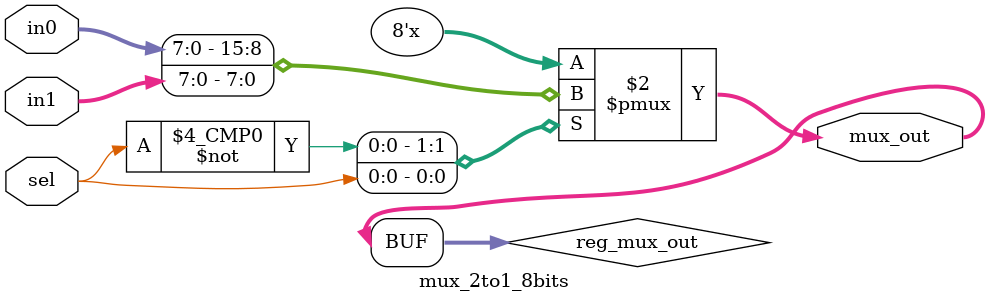
<source format=v>
module mux_2to1_8bits 
(   
    input   wire    [7:0] in0,
    input   wire    [7:0] in1,
    input   wire          sel, 
    output  wire    [7:0] mux_out
);
    reg [7:0] reg_mux_out;

    always @(*) 
    begin
        case (sel)
            1'b0:       reg_mux_out = in0;
            1'b1:       reg_mux_out = in1;
            default:    reg_mux_out = 8'b0;
        endcase
    end

    assign mux_out = reg_mux_out;
endmodule

</source>
